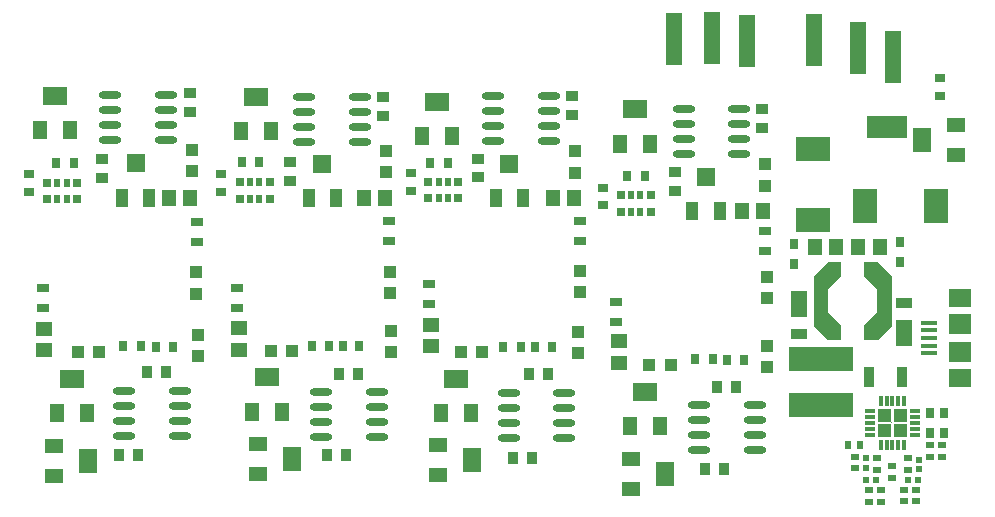
<source format=gtp>
G04*
G04 #@! TF.GenerationSoftware,Altium Limited,Altium Designer,18.1.9 (240)*
G04*
G04 Layer_Color=8421504*
%FSLAX44Y44*%
%MOMM*%
G71*
G01*
G75*
%ADD10R,0.8548X0.3000*%
%ADD11R,0.3000X0.8548*%
%ADD12R,0.0254X0.0254*%
%ADD13R,0.5200X0.5200*%
%ADD14R,0.5200X0.5200*%
%ADD15R,0.7000X0.5000*%
%ADD16R,0.5000X0.7000*%
%ADD17R,0.7500X0.8500*%
%ADD18R,3.0000X2.0000*%
%ADD19R,0.9000X0.7000*%
%ADD20R,3.4500X1.8500*%
%ADD21R,1.5494X1.2700*%
%ADD22R,1.5494X2.0066*%
%ADD23R,2.0000X3.0000*%
%ADD24R,1.1500X1.4500*%
%ADD25O,1.9000X0.6000*%
%ADD26R,1.0000X0.9000*%
%ADD27R,1.0500X0.6500*%
%ADD28R,0.9000X1.0000*%
%ADD29R,0.7000X0.9000*%
%ADD30R,1.1000X1.1000*%
%ADD31R,1.1000X1.6000*%
%ADD32R,1.6000X1.6000*%
%ADD33R,0.6400X0.7000*%
%ADD34R,1.4500X1.1500*%
%ADD35R,1.2700X1.5494*%
%ADD36R,2.0066X1.5494*%
%ADD37R,1.1000X1.1000*%
%ADD38R,1.9000X1.8000*%
%ADD39R,1.3500X0.4000*%
%ADD40R,1.4000X2.2000*%
%ADD41R,1.4000X0.9000*%
%ADD42C,1.0160*%
%ADD43R,5.5000X2.1500*%
%ADD44R,1.4000X4.4000*%
%ADD45R,0.7000X0.9500*%
%ADD46R,0.9500X1.7000*%
%ADD47R,1.9000X1.5750*%
G36*
X741546Y302387D02*
Y259969D01*
X729735Y248158D01*
X718432D01*
Y260223D01*
X729481Y272161D01*
Y290195D01*
X718432Y302133D01*
Y314198D01*
X729735D01*
X741546Y302387D01*
D02*
G37*
G36*
X698620Y302133D02*
X687571Y290195D01*
Y272161D01*
X698620Y260223D01*
Y248158D01*
X687317D01*
X675506Y259969D01*
Y302387D01*
X687317Y314198D01*
X698620D01*
Y302133D01*
D02*
G37*
G36*
X754188Y179054D02*
X743188D01*
Y190054D01*
X754188D01*
Y179054D01*
D02*
G37*
G36*
X741188D02*
X730188D01*
Y190054D01*
X741188D01*
Y179054D01*
D02*
G37*
G36*
X754188Y166054D02*
X743188D01*
Y177054D01*
X754188D01*
Y166054D01*
D02*
G37*
G36*
X741188D02*
X730188D01*
Y177054D01*
X741188D01*
Y166054D01*
D02*
G37*
D10*
X723414Y188054D02*
D03*
Y183054D02*
D03*
Y178054D02*
D03*
Y173054D02*
D03*
Y168054D02*
D03*
X760962D02*
D03*
Y173054D02*
D03*
Y178054D02*
D03*
Y183054D02*
D03*
Y188054D02*
D03*
D11*
X732188Y159280D02*
D03*
X737188D02*
D03*
X742188D02*
D03*
X747188D02*
D03*
X752188D02*
D03*
Y196828D02*
D03*
X747188D02*
D03*
X742188D02*
D03*
X737188D02*
D03*
X732188D02*
D03*
D12*
X742188Y178054D02*
D03*
D13*
X728094Y130050D02*
D03*
X720094D02*
D03*
X755450Y130048D02*
D03*
X763450D02*
D03*
D14*
X720030Y148020D02*
D03*
Y140020D02*
D03*
X764530Y146748D02*
D03*
Y138748D02*
D03*
D15*
X710438Y149526D02*
D03*
Y139526D02*
D03*
X729174Y148258D02*
D03*
Y138258D02*
D03*
X742188Y131298D02*
D03*
Y141298D02*
D03*
X773775Y149432D02*
D03*
Y159432D02*
D03*
X783935Y149432D02*
D03*
Y159432D02*
D03*
X755386Y148256D02*
D03*
Y138256D02*
D03*
X761989Y121531D02*
D03*
Y111531D02*
D03*
X751829Y121587D02*
D03*
Y111587D02*
D03*
X732526Y121412D02*
D03*
Y111412D02*
D03*
X722366Y121332D02*
D03*
Y111332D02*
D03*
D16*
X714676Y158958D02*
D03*
X704676D02*
D03*
X366082Y368224D02*
D03*
Y382224D02*
D03*
X358082Y382224D02*
D03*
Y368224D02*
D03*
X206184Y368046D02*
D03*
Y382046D02*
D03*
X198184Y382046D02*
D03*
Y368046D02*
D03*
X35244Y367238D02*
D03*
Y381238D02*
D03*
X43244Y381238D02*
D03*
Y367238D02*
D03*
X528676Y356740D02*
D03*
Y370740D02*
D03*
X520676Y370740D02*
D03*
Y356740D02*
D03*
D17*
X786274Y169418D02*
D03*
X773774D02*
D03*
X786274Y186436D02*
D03*
X773774D02*
D03*
D18*
X675132Y409788D02*
D03*
Y349788D02*
D03*
D19*
X782335Y469875D02*
D03*
Y454875D02*
D03*
X334264Y374262D02*
D03*
Y389262D02*
D03*
X173990Y373500D02*
D03*
Y388500D02*
D03*
X497180Y362172D02*
D03*
Y377172D02*
D03*
X11176Y388500D02*
D03*
Y373500D02*
D03*
D20*
X737630Y428526D02*
D03*
D21*
X796050Y404876D02*
D03*
Y430276D02*
D03*
X357446Y158958D02*
D03*
Y133558D02*
D03*
X32068Y158242D02*
D03*
Y132842D02*
D03*
X205232Y160528D02*
D03*
Y135128D02*
D03*
X520748Y147146D02*
D03*
Y121746D02*
D03*
D22*
X767094Y417576D02*
D03*
X386402Y146258D02*
D03*
X61024Y145542D02*
D03*
X234188Y147828D02*
D03*
X549704Y134446D02*
D03*
D23*
X718792Y361950D02*
D03*
X778792D02*
D03*
D24*
X731376Y326898D02*
D03*
X713376D02*
D03*
X676686Y326898D02*
D03*
X694686D02*
D03*
X614994Y357204D02*
D03*
X632994D02*
D03*
X454872Y368276D02*
D03*
X472872D02*
D03*
X294594Y368786D02*
D03*
X312594D02*
D03*
X147749Y368739D02*
D03*
X129749D02*
D03*
D25*
X565396Y443818D02*
D03*
Y431118D02*
D03*
Y418418D02*
D03*
Y405718D02*
D03*
X612396Y443818D02*
D03*
Y431118D02*
D03*
Y418418D02*
D03*
Y405718D02*
D03*
X417512Y203408D02*
D03*
Y190708D02*
D03*
Y178008D02*
D03*
Y165308D02*
D03*
X464512Y203408D02*
D03*
Y190708D02*
D03*
Y178008D02*
D03*
Y165308D02*
D03*
X404122Y454868D02*
D03*
Y442168D02*
D03*
Y429468D02*
D03*
Y416768D02*
D03*
X451122Y454868D02*
D03*
Y442168D02*
D03*
Y429468D02*
D03*
Y416768D02*
D03*
X244280Y454406D02*
D03*
Y441706D02*
D03*
Y429006D02*
D03*
Y416306D02*
D03*
X291280Y454406D02*
D03*
Y441706D02*
D03*
Y429006D02*
D03*
Y416306D02*
D03*
X91748Y205012D02*
D03*
Y192312D02*
D03*
Y179612D02*
D03*
Y166912D02*
D03*
X138748Y205012D02*
D03*
Y192312D02*
D03*
Y179612D02*
D03*
Y166912D02*
D03*
X126942Y417610D02*
D03*
Y430310D02*
D03*
Y443010D02*
D03*
Y455710D02*
D03*
X79942Y417610D02*
D03*
Y430310D02*
D03*
Y443010D02*
D03*
Y455710D02*
D03*
X578840Y192888D02*
D03*
Y180188D02*
D03*
Y167488D02*
D03*
Y154788D02*
D03*
X625840Y192888D02*
D03*
Y180188D02*
D03*
Y167488D02*
D03*
Y154788D02*
D03*
X258504Y204470D02*
D03*
Y191770D02*
D03*
Y179070D02*
D03*
Y166370D02*
D03*
X305504Y204470D02*
D03*
Y191770D02*
D03*
Y179070D02*
D03*
Y166370D02*
D03*
D26*
X631568Y427414D02*
D03*
Y443414D02*
D03*
X557700Y390604D02*
D03*
Y374604D02*
D03*
X391228Y401908D02*
D03*
Y385908D02*
D03*
X311214Y438278D02*
D03*
Y454278D02*
D03*
X232283Y399042D02*
D03*
Y383042D02*
D03*
X73216Y385654D02*
D03*
Y401654D02*
D03*
X147384Y457106D02*
D03*
Y441106D02*
D03*
X470548Y438740D02*
D03*
Y454740D02*
D03*
D27*
X634681Y340917D02*
D03*
Y323917D02*
D03*
X349609Y295318D02*
D03*
Y278318D02*
D03*
X478028Y349011D02*
D03*
Y332011D02*
D03*
X315896Y349368D02*
D03*
Y332368D02*
D03*
X187526Y291964D02*
D03*
Y274964D02*
D03*
X153416Y330844D02*
D03*
Y347844D02*
D03*
X508254Y280661D02*
D03*
Y263661D02*
D03*
X23247Y275472D02*
D03*
Y292472D02*
D03*
D28*
X599922Y138786D02*
D03*
X583922D02*
D03*
X609896Y208787D02*
D03*
X593896D02*
D03*
X437144Y148258D02*
D03*
X421144D02*
D03*
X450536Y219156D02*
D03*
X434536D02*
D03*
X279780Y150622D02*
D03*
X263780D02*
D03*
X290004Y219710D02*
D03*
X274004D02*
D03*
X111292Y220808D02*
D03*
X127292D02*
D03*
X87504Y150876D02*
D03*
X103504D02*
D03*
D29*
X616202Y231728D02*
D03*
X602202D02*
D03*
X575092Y231750D02*
D03*
X590092D02*
D03*
X350894Y397764D02*
D03*
X365894D02*
D03*
X517702Y386690D02*
D03*
X532702D02*
D03*
X453600Y242524D02*
D03*
X439600D02*
D03*
X412684Y242680D02*
D03*
X427684D02*
D03*
X250374Y243586D02*
D03*
X265374D02*
D03*
X290782Y243586D02*
D03*
X276782D02*
D03*
X191128Y399042D02*
D03*
X206128D02*
D03*
X118794Y242524D02*
D03*
X132794D02*
D03*
X105608Y242778D02*
D03*
X90608D02*
D03*
X49156Y398272D02*
D03*
X34156D02*
D03*
D30*
X636168Y225038D02*
D03*
Y243038D02*
D03*
X636045Y283608D02*
D03*
Y301608D02*
D03*
X634598Y396960D02*
D03*
Y378960D02*
D03*
X475996Y236872D02*
D03*
Y254872D02*
D03*
X477520Y288942D02*
D03*
Y306942D02*
D03*
X317754Y237706D02*
D03*
Y255706D02*
D03*
X316992Y288078D02*
D03*
Y306078D02*
D03*
X313754Y408542D02*
D03*
Y390542D02*
D03*
X152908Y305587D02*
D03*
Y287587D02*
D03*
X153904Y252332D02*
D03*
Y234332D02*
D03*
X149416Y391258D02*
D03*
Y409258D02*
D03*
X473778Y407988D02*
D03*
Y389988D02*
D03*
D31*
X572870Y357204D02*
D03*
X595870D02*
D03*
X406144Y368486D02*
D03*
X429144D02*
D03*
X248156Y368532D02*
D03*
X271156D02*
D03*
X112911Y368739D02*
D03*
X89911D02*
D03*
D32*
X584370Y386204D02*
D03*
X417644Y397486D02*
D03*
X259656Y397532D02*
D03*
X101411Y397739D02*
D03*
D33*
X374782Y382224D02*
D03*
Y368224D02*
D03*
X349382D02*
D03*
Y382224D02*
D03*
X214884Y382046D02*
D03*
Y368046D02*
D03*
X189484D02*
D03*
Y382046D02*
D03*
X26544Y381238D02*
D03*
Y367238D02*
D03*
X51944D02*
D03*
Y381238D02*
D03*
X537376Y370740D02*
D03*
Y356740D02*
D03*
X511976D02*
D03*
Y370740D02*
D03*
D34*
X510286Y246998D02*
D03*
Y228998D02*
D03*
X351282Y261036D02*
D03*
Y243036D02*
D03*
X189230Y258174D02*
D03*
Y240174D02*
D03*
X23622Y239412D02*
D03*
Y257412D02*
D03*
D35*
X359732Y186136D02*
D03*
X385132D02*
D03*
X511870Y414608D02*
D03*
X537270D02*
D03*
X343662Y420624D02*
D03*
X369062D02*
D03*
X191072Y425450D02*
D03*
X216472D02*
D03*
X20516Y426212D02*
D03*
X45916D02*
D03*
X34608Y186182D02*
D03*
X60008D02*
D03*
X199962Y187688D02*
D03*
X225362D02*
D03*
X519822Y175362D02*
D03*
X545222D02*
D03*
D36*
X372432Y215092D02*
D03*
X524570Y443564D02*
D03*
X356362Y449580D02*
D03*
X203772Y454406D02*
D03*
X33216Y455168D02*
D03*
X47308Y215138D02*
D03*
X212662Y216644D02*
D03*
X532522Y204318D02*
D03*
D37*
X376640Y238206D02*
D03*
X394640D02*
D03*
X215854Y239014D02*
D03*
X233854D02*
D03*
X70278Y238252D02*
D03*
X52278D02*
D03*
X536508Y227432D02*
D03*
X554508D02*
D03*
D38*
X799606Y261436D02*
D03*
Y238436D02*
D03*
D39*
X772856Y236936D02*
D03*
Y243436D02*
D03*
Y262936D02*
D03*
Y249936D02*
D03*
Y256436D02*
D03*
D40*
X752188Y254406D02*
D03*
X663194Y278740D02*
D03*
D41*
X752188Y279906D02*
D03*
X663194Y253240D02*
D03*
D42*
X681348Y281178D02*
D03*
X735704D02*
D03*
D43*
X681736Y231848D02*
D03*
Y193348D02*
D03*
D44*
X618994Y501650D02*
D03*
X589534Y504190D02*
D03*
X675894Y502666D02*
D03*
X557672Y503320D02*
D03*
X713232Y495300D02*
D03*
X742703Y487934D02*
D03*
D45*
X659130Y312806D02*
D03*
Y329306D02*
D03*
X748702Y314367D02*
D03*
Y330867D02*
D03*
D46*
X722506Y217234D02*
D03*
X750506D02*
D03*
D47*
X799606Y216061D02*
D03*
X799606Y283811D02*
D03*
M02*

</source>
